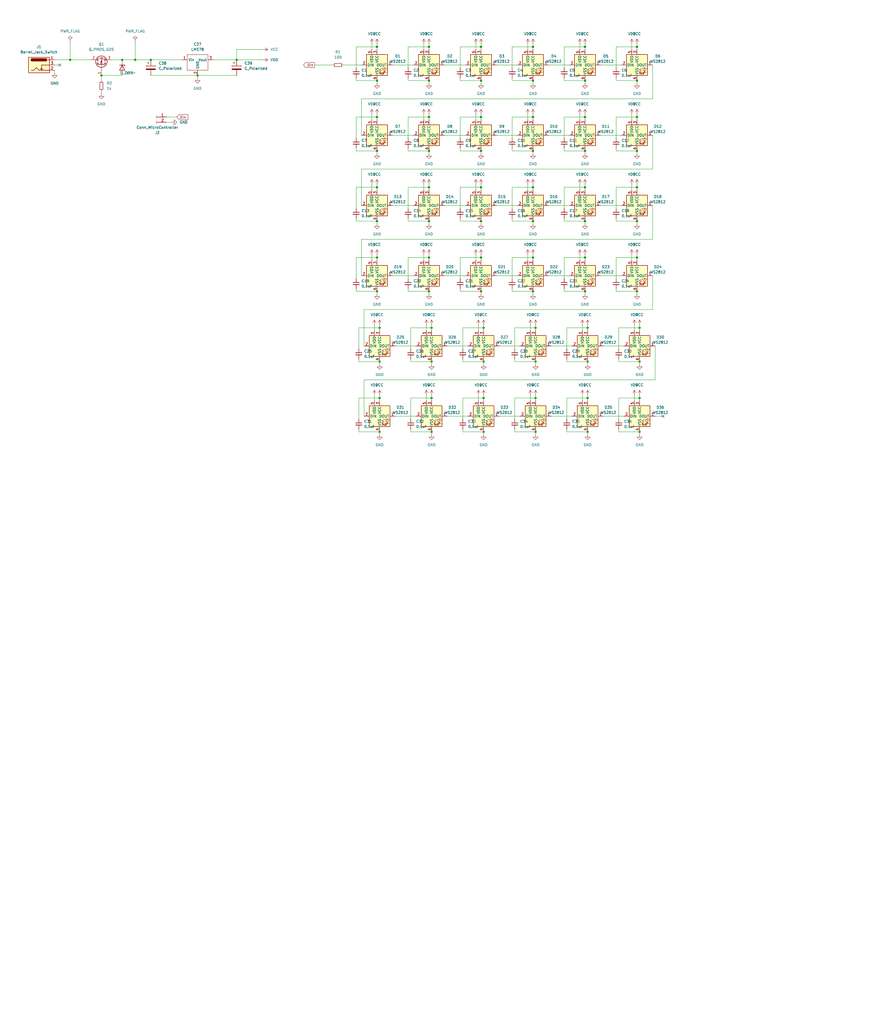
<source format=kicad_sch>
(kicad_sch (version 20211123) (generator eeschema)
  (paper "User" 431.8 499.999)
  (junction (at 184.15 125.73))
  (junction (at 209.55 125.73))
  (junction (at 287.02 160.02))
  (junction (at 236.22 160.02))
  (junction (at 236.22 176.53))
  (junction (at 234.95 57.15))
  (junction (at 260.35 22.86))
  (junction (at 285.75 57.15))
  (junction (at 209.55 73.66))
  (junction (at 285.75 91.44))
  (junction (at 260.35 39.37))
  (junction (at 210.82 194.31))
  (junction (at 234.95 107.95))
  (junction (at 312.42 160.02))
  (junction (at 115.57 29.21))
  (junction (at 312.42 210.82))
  (junction (at 261.62 160.02))
  (junction (at 285.75 73.66))
  (junction (at 311.15 22.86))
  (junction (at 236.22 194.31))
  (junction (at 209.55 107.95))
  (junction (at 311.15 107.95))
  (junction (at 311.15 73.66))
  (junction (at 311.15 91.44))
  (junction (at 311.15 142.24))
  (junction (at 260.35 125.73))
  (junction (at 184.15 73.66))
  (junction (at 234.95 142.24))
  (junction (at 236.22 210.82))
  (junction (at 260.35 91.44))
  (junction (at 234.95 125.73))
  (junction (at 234.95 91.44))
  (junction (at 209.55 142.24))
  (junction (at 184.15 22.86))
  (junction (at 210.82 210.82))
  (junction (at 185.42 194.31))
  (junction (at 260.35 73.66))
  (junction (at 185.42 176.53))
  (junction (at 209.55 91.44))
  (junction (at 287.02 194.31))
  (junction (at 49.53 36.83))
  (junction (at 260.35 57.15))
  (junction (at 59.69 29.21))
  (junction (at 312.42 176.53))
  (junction (at 285.75 125.73))
  (junction (at 285.75 39.37))
  (junction (at 185.42 160.02))
  (junction (at 209.55 57.15))
  (junction (at 184.15 39.37))
  (junction (at 184.15 91.44))
  (junction (at 287.02 176.53))
  (junction (at 260.35 107.95))
  (junction (at 312.42 194.31))
  (junction (at 311.15 39.37))
  (junction (at 261.62 210.82))
  (junction (at 184.15 142.24))
  (junction (at 261.62 194.31))
  (junction (at 234.95 73.66))
  (junction (at 260.35 142.24))
  (junction (at 285.75 142.24))
  (junction (at 261.62 176.53))
  (junction (at 185.42 210.82))
  (junction (at 73.66 29.21))
  (junction (at 66.04 29.21))
  (junction (at 285.75 107.95))
  (junction (at 287.02 210.82))
  (junction (at 234.95 22.86))
  (junction (at 96.52 36.83))
  (junction (at 184.15 107.95))
  (junction (at 285.75 22.86))
  (junction (at 210.82 176.53))
  (junction (at 209.55 22.86))
  (junction (at 210.82 160.02))
  (junction (at 234.95 39.37))
  (junction (at 311.15 125.73))
  (junction (at 184.15 57.15))
  (junction (at 34.29 29.21))
  (junction (at 311.15 57.15))
  (junction (at 209.55 39.37))
  (no_connect (at 29.21 31.75))
  (no_connect (at 323.85 203.2))
  (wire (pts (xy 300.99 72.39) (xy 300.99 73.66)))
  (wire (pts (xy 200.66 194.31) (xy 210.82 194.31)))
  (wire (pts (xy 81.28 57.15) (xy 86.36 57.15)))
  (wire (pts (xy 260.35 125.73) (xy 260.35 127)))
  (wire (pts (xy 49.53 44.45) (xy 49.53 45.72)))
  (wire (pts (xy 250.19 22.86) (xy 260.35 22.86)))
  (wire (pts (xy 275.59 125.73) (xy 285.75 125.73)))
  (wire (pts (xy 302.26 160.02) (xy 302.26 170.18)))
  (wire (pts (xy 173.99 91.44) (xy 184.15 91.44)))
  (wire (pts (xy 224.79 125.73) (xy 224.79 135.89)))
  (wire (pts (xy 128.27 24.13) (xy 115.57 24.13)))
  (wire (pts (xy 285.75 90.17) (xy 285.75 91.44)))
  (wire (pts (xy 207.01 21.59) (xy 207.01 24.13)))
  (wire (pts (xy 199.39 38.1) (xy 199.39 39.37)))
  (wire (pts (xy 285.75 39.37) (xy 285.75 40.64)))
  (wire (pts (xy 199.39 106.68) (xy 199.39 107.95)))
  (wire (pts (xy 224.79 72.39) (xy 224.79 73.66)))
  (wire (pts (xy 181.61 21.59) (xy 181.61 24.13)))
  (wire (pts (xy 226.06 194.31) (xy 226.06 204.47)))
  (wire (pts (xy 311.15 125.73) (xy 311.15 127)))
  (wire (pts (xy 285.75 73.66) (xy 285.75 74.93)))
  (wire (pts (xy 199.39 22.86) (xy 199.39 33.02)))
  (wire (pts (xy 210.82 210.82) (xy 210.82 212.09)))
  (wire (pts (xy 234.95 21.59) (xy 234.95 22.86)))
  (wire (pts (xy 49.53 36.83) (xy 59.69 36.83)))
  (wire (pts (xy 173.99 57.15) (xy 184.15 57.15)))
  (wire (pts (xy 300.99 106.68) (xy 300.99 107.95)))
  (wire (pts (xy 209.55 73.66) (xy 209.55 74.93)))
  (wire (pts (xy 260.35 124.46) (xy 260.35 125.73)))
  (wire (pts (xy 182.88 193.04) (xy 182.88 195.58)))
  (wire (pts (xy 200.66 160.02) (xy 200.66 170.18)))
  (wire (pts (xy 250.19 91.44) (xy 260.35 91.44)))
  (wire (pts (xy 209.55 91.44) (xy 209.55 92.71)))
  (wire (pts (xy 293.37 66.04) (xy 303.53 66.04)))
  (wire (pts (xy 173.99 57.15) (xy 173.99 67.31)))
  (wire (pts (xy 267.97 100.33) (xy 278.13 100.33)))
  (wire (pts (xy 185.42 160.02) (xy 185.42 161.29)))
  (wire (pts (xy 224.79 22.86) (xy 234.95 22.86)))
  (wire (pts (xy 173.99 39.37) (xy 184.15 39.37)))
  (wire (pts (xy 66.04 29.21) (xy 73.66 29.21)))
  (wire (pts (xy 226.06 209.55) (xy 226.06 210.82)))
  (wire (pts (xy 234.95 73.66) (xy 234.95 74.93)))
  (wire (pts (xy 217.17 66.04) (xy 227.33 66.04)))
  (wire (pts (xy 318.77 31.75) (xy 318.77 48.26)))
  (wire (pts (xy 285.75 91.44) (xy 285.75 92.71)))
  (wire (pts (xy 177.8 203.2) (xy 177.8 185.42)))
  (wire (pts (xy 199.39 142.24) (xy 209.55 142.24)))
  (wire (pts (xy 234.95 91.44) (xy 234.95 92.71)))
  (wire (pts (xy 294.64 203.2) (xy 304.8 203.2)))
  (wire (pts (xy 191.77 31.75) (xy 201.93 31.75)))
  (wire (pts (xy 242.57 31.75) (xy 252.73 31.75)))
  (wire (pts (xy 224.79 106.68) (xy 224.79 107.95)))
  (wire (pts (xy 234.95 142.24) (xy 234.95 143.51)))
  (wire (pts (xy 312.42 194.31) (xy 312.42 195.58)))
  (wire (pts (xy 250.19 125.73) (xy 260.35 125.73)))
  (wire (pts (xy 207.01 55.88) (xy 207.01 58.42)))
  (wire (pts (xy 34.29 20.32) (xy 34.29 29.21)))
  (wire (pts (xy 181.61 55.88) (xy 181.61 58.42)))
  (wire (pts (xy 260.35 21.59) (xy 260.35 22.86)))
  (wire (pts (xy 261.62 160.02) (xy 261.62 161.29)))
  (wire (pts (xy 260.35 73.66) (xy 260.35 74.93)))
  (wire (pts (xy 300.99 91.44) (xy 300.99 101.6)))
  (wire (pts (xy 224.79 39.37) (xy 234.95 39.37)))
  (wire (pts (xy 234.95 22.86) (xy 234.95 24.13)))
  (wire (pts (xy 308.61 55.88) (xy 308.61 58.42)))
  (wire (pts (xy 193.04 203.2) (xy 203.2 203.2)))
  (wire (pts (xy 200.66 209.55) (xy 200.66 210.82)))
  (wire (pts (xy 234.95 39.37) (xy 234.95 40.64)))
  (wire (pts (xy 259.08 193.04) (xy 259.08 195.58)))
  (wire (pts (xy 287.02 210.82) (xy 287.02 212.09)))
  (wire (pts (xy 209.55 142.24) (xy 209.55 143.51)))
  (wire (pts (xy 175.26 210.82) (xy 185.42 210.82)))
  (wire (pts (xy 181.61 90.17) (xy 181.61 92.71)))
  (wire (pts (xy 200.66 176.53) (xy 210.82 176.53)))
  (wire (pts (xy 250.19 22.86) (xy 250.19 33.02)))
  (wire (pts (xy 26.67 29.21) (xy 34.29 29.21)))
  (wire (pts (xy 177.8 151.13) (xy 177.8 168.91)))
  (wire (pts (xy 312.42 160.02) (xy 312.42 161.29)))
  (wire (pts (xy 251.46 176.53) (xy 261.62 176.53)))
  (wire (pts (xy 191.77 100.33) (xy 201.93 100.33)))
  (wire (pts (xy 184.15 22.86) (xy 184.15 24.13)))
  (wire (pts (xy 184.15 57.15) (xy 184.15 58.42)))
  (wire (pts (xy 73.66 29.21) (xy 88.9 29.21)))
  (wire (pts (xy 275.59 22.86) (xy 275.59 33.02)))
  (wire (pts (xy 185.42 193.04) (xy 185.42 194.31)))
  (wire (pts (xy 300.99 140.97) (xy 300.99 142.24)))
  (wire (pts (xy 275.59 106.68) (xy 275.59 107.95)))
  (wire (pts (xy 285.75 124.46) (xy 285.75 125.73)))
  (wire (pts (xy 323.85 203.2) (xy 320.04 203.2)))
  (wire (pts (xy 184.15 90.17) (xy 184.15 91.44)))
  (wire (pts (xy 96.52 36.83) (xy 96.52 38.1)))
  (wire (pts (xy 184.15 91.44) (xy 184.15 92.71)))
  (wire (pts (xy 309.88 158.75) (xy 309.88 161.29)))
  (wire (pts (xy 300.99 73.66) (xy 311.15 73.66)))
  (wire (pts (xy 260.35 57.15) (xy 260.35 58.42)))
  (wire (pts (xy 81.28 59.69) (xy 83.82 59.69)))
  (wire (pts (xy 308.61 21.59) (xy 308.61 24.13)))
  (wire (pts (xy 209.55 124.46) (xy 209.55 125.73)))
  (wire (pts (xy 311.15 91.44) (xy 311.15 92.71)))
  (wire (pts (xy 210.82 176.53) (xy 210.82 177.8)))
  (wire (pts (xy 283.21 124.46) (xy 283.21 127)))
  (wire (pts (xy 250.19 142.24) (xy 260.35 142.24)))
  (wire (pts (xy 294.64 168.91) (xy 304.8 168.91)))
  (wire (pts (xy 224.79 91.44) (xy 234.95 91.44)))
  (wire (pts (xy 173.99 22.86) (xy 173.99 33.02)))
  (wire (pts (xy 302.26 210.82) (xy 312.42 210.82)))
  (wire (pts (xy 181.61 124.46) (xy 181.61 127)))
  (wire (pts (xy 300.99 22.86) (xy 300.99 33.02)))
  (wire (pts (xy 199.39 91.44) (xy 199.39 101.6)))
  (wire (pts (xy 250.19 106.68) (xy 250.19 107.95)))
  (wire (pts (xy 275.59 91.44) (xy 275.59 101.6)))
  (wire (pts (xy 261.62 193.04) (xy 261.62 194.31)))
  (wire (pts (xy 29.21 31.75) (xy 26.67 31.75)))
  (wire (pts (xy 251.46 160.02) (xy 261.62 160.02)))
  (wire (pts (xy 318.77 66.04) (xy 318.77 82.55)))
  (wire (pts (xy 287.02 193.04) (xy 287.02 194.31)))
  (wire (pts (xy 267.97 31.75) (xy 278.13 31.75)))
  (wire (pts (xy 311.15 57.15) (xy 311.15 58.42)))
  (wire (pts (xy 302.26 194.31) (xy 312.42 194.31)))
  (wire (pts (xy 207.01 124.46) (xy 207.01 127)))
  (wire (pts (xy 311.15 124.46) (xy 311.15 125.73)))
  (wire (pts (xy 224.79 57.15) (xy 224.79 67.31)))
  (wire (pts (xy 261.62 194.31) (xy 261.62 195.58)))
  (wire (pts (xy 199.39 107.95) (xy 209.55 107.95)))
  (wire (pts (xy 312.42 210.82) (xy 312.42 212.09)))
  (wire (pts (xy 173.99 22.86) (xy 184.15 22.86)))
  (wire (pts (xy 267.97 66.04) (xy 278.13 66.04)))
  (wire (pts (xy 232.41 21.59) (xy 232.41 24.13)))
  (wire (pts (xy 275.59 39.37) (xy 285.75 39.37)))
  (wire (pts (xy 300.99 107.95) (xy 311.15 107.95)))
  (wire (pts (xy 236.22 193.04) (xy 236.22 194.31)))
  (wire (pts (xy 287.02 160.02) (xy 287.02 161.29)))
  (wire (pts (xy 185.42 177.8) (xy 185.42 176.53)))
  (wire (pts (xy 209.55 90.17) (xy 209.55 91.44)))
  (wire (pts (xy 236.22 160.02) (xy 236.22 161.29)))
  (wire (pts (xy 318.77 82.55) (xy 176.53 82.55)))
  (wire (pts (xy 320.04 168.91) (xy 320.04 185.42)))
  (wire (pts (xy 199.39 125.73) (xy 199.39 135.89)))
  (wire (pts (xy 200.66 160.02) (xy 210.82 160.02)))
  (wire (pts (xy 260.35 142.24) (xy 260.35 143.51)))
  (wire (pts (xy 311.15 90.17) (xy 311.15 91.44)))
  (wire (pts (xy 318.77 151.13) (xy 177.8 151.13)))
  (wire (pts (xy 276.86 160.02) (xy 276.86 170.18)))
  (wire (pts (xy 250.19 107.95) (xy 260.35 107.95)))
  (wire (pts (xy 96.52 36.83) (xy 115.57 36.83)))
  (wire (pts (xy 275.59 73.66) (xy 285.75 73.66)))
  (wire (pts (xy 234.95 124.46) (xy 234.95 125.73)))
  (wire (pts (xy 175.26 175.26) (xy 175.26 176.53)))
  (wire (pts (xy 226.06 176.53) (xy 236.22 176.53)))
  (wire (pts (xy 104.14 29.21) (xy 115.57 29.21)))
  (wire (pts (xy 208.28 158.75) (xy 208.28 161.29)))
  (wire (pts (xy 209.55 22.86) (xy 209.55 24.13)))
  (wire (pts (xy 184.15 40.64) (xy 184.15 39.37)))
  (wire (pts (xy 234.95 90.17) (xy 234.95 91.44)))
  (wire (pts (xy 175.26 194.31) (xy 175.26 204.47)))
  (wire (pts (xy 115.57 29.21) (xy 128.27 29.21)))
  (wire (pts (xy 308.61 124.46) (xy 308.61 127)))
  (wire (pts (xy 300.99 57.15) (xy 311.15 57.15)))
  (wire (pts (xy 236.22 176.53) (xy 236.22 177.8)))
  (wire (pts (xy 173.99 106.68) (xy 173.99 107.95)))
  (wire (pts (xy 243.84 203.2) (xy 254 203.2)))
  (wire (pts (xy 176.53 116.84) (xy 318.77 116.84)))
  (wire (pts (xy 232.41 55.88) (xy 232.41 58.42)))
  (wire (pts (xy 176.53 66.04) (xy 176.53 48.26)))
  (wire (pts (xy 260.35 91.44) (xy 260.35 92.71)))
  (wire (pts (xy 287.02 158.75) (xy 287.02 160.02)))
  (wire (pts (xy 250.19 140.97) (xy 250.19 142.24)))
  (wire (pts (xy 257.81 21.59) (xy 257.81 24.13)))
  (wire (pts (xy 287.02 176.53) (xy 287.02 177.8)))
  (wire (pts (xy 184.15 109.22) (xy 184.15 107.95)))
  (wire (pts (xy 224.79 57.15) (xy 234.95 57.15)))
  (wire (pts (xy 250.19 38.1) (xy 250.19 39.37)))
  (wire (pts (xy 275.59 72.39) (xy 275.59 73.66)))
  (wire (pts (xy 260.35 90.17) (xy 260.35 91.44)))
  (wire (pts (xy 224.79 38.1) (xy 224.79 39.37)))
  (wire (pts (xy 251.46 209.55) (xy 251.46 210.82)))
  (wire (pts (xy 234.95 125.73) (xy 234.95 127)))
  (wire (pts (xy 311.15 21.59) (xy 311.15 22.86)))
  (wire (pts (xy 276.86 194.31) (xy 287.02 194.31)))
  (wire (pts (xy 302.26 209.55) (xy 302.26 210.82)))
  (wire (pts (xy 250.19 72.39) (xy 250.19 73.66)))
  (wire (pts (xy 175.26 209.55) (xy 175.26 210.82)))
  (wire (pts (xy 236.22 194.31) (xy 236.22 195.58)))
  (wire (pts (xy 199.39 140.97) (xy 199.39 142.24)))
  (wire (pts (xy 173.99 91.44) (xy 173.99 101.6)))
  (wire (pts (xy 208.28 193.04) (xy 208.28 195.58)))
  (wire (pts (xy 173.99 140.97) (xy 173.99 142.24)))
  (wire (pts (xy 276.86 160.02) (xy 287.02 160.02)))
  (wire (pts (xy 185.42 212.09) (xy 185.42 210.82)))
  (wire (pts (xy 234.95 107.95) (xy 234.95 109.22)))
  (wire (pts (xy 199.39 73.66) (xy 209.55 73.66)))
  (wire (pts (xy 276.86 176.53) (xy 287.02 176.53)))
  (wire (pts (xy 54.61 29.21) (xy 59.69 29.21)))
  (wire (pts (xy 300.99 22.86) (xy 311.15 22.86)))
  (wire (pts (xy 184.15 124.46) (xy 184.15 125.73)))
  (wire (pts (xy 200.66 194.31) (xy 200.66 204.47)))
  (wire (pts (xy 184.15 74.93) (xy 184.15 73.66)))
  (wire (pts (xy 173.99 125.73) (xy 173.99 135.89)))
  (wire (pts (xy 311.15 107.95) (xy 311.15 109.22)))
  (wire (pts (xy 233.68 158.75) (xy 233.68 161.29)))
  (wire (pts (xy 275.59 22.86) (xy 285.75 22.86)))
  (wire (pts (xy 259.08 158.75) (xy 259.08 161.29)))
  (wire (pts (xy 261.62 210.82) (xy 261.62 212.09)))
  (wire (pts (xy 184.15 143.51) (xy 184.15 142.24)))
  (wire (pts (xy 210.82 158.75) (xy 210.82 160.02)))
  (wire (pts (xy 312.42 193.04) (xy 312.42 194.31)))
  (wire (pts (xy 311.15 39.37) (xy 311.15 40.64)))
  (wire (pts (xy 217.17 100.33) (xy 227.33 100.33)))
  (wire (pts (xy 173.99 142.24) (xy 184.15 142.24)))
  (wire (pts (xy 59.69 29.21) (xy 66.04 29.21)))
  (wire (pts (xy 200.66 175.26) (xy 200.66 176.53)))
  (wire (pts (xy 224.79 73.66) (xy 234.95 73.66)))
  (wire (pts (xy 276.86 175.26) (xy 276.86 176.53)))
  (wire (pts (xy 210.82 193.04) (xy 210.82 194.31)))
  (wire (pts (xy 312.42 176.53) (xy 312.42 177.8)))
  (wire (pts (xy 285.75 142.24) (xy 285.75 143.51)))
  (wire (pts (xy 199.39 125.73) (xy 209.55 125.73)))
  (wire (pts (xy 209.55 21.59) (xy 209.55 22.86)))
  (wire (pts (xy 185.42 158.75) (xy 185.42 160.02)))
  (wire (pts (xy 224.79 91.44) (xy 224.79 101.6)))
  (wire (pts (xy 243.84 168.91) (xy 254 168.91)))
  (wire (pts (xy 34.29 29.21) (xy 44.45 29.21)))
  (wire (pts (xy 209.55 39.37) (xy 209.55 40.64)))
  (wire (pts (xy 175.26 160.02) (xy 185.42 160.02)))
  (wire (pts (xy 226.06 210.82) (xy 236.22 210.82)))
  (wire (pts (xy 251.46 175.26) (xy 251.46 176.53)))
  (wire (pts (xy 302.26 176.53) (xy 312.42 176.53)))
  (wire (pts (xy 173.99 107.95) (xy 184.15 107.95)))
  (wire (pts (xy 173.99 38.1) (xy 173.99 39.37)))
  (wire (pts (xy 283.21 55.88) (xy 283.21 58.42)))
  (wire (pts (xy 302.26 160.02) (xy 312.42 160.02)))
  (wire (pts (xy 250.19 57.15) (xy 250.19 67.31)))
  (wire (pts (xy 269.24 203.2) (xy 279.4 203.2)))
  (wire (pts (xy 209.55 125.73) (xy 209.55 127)))
  (wire (pts (xy 275.59 125.73) (xy 275.59 135.89)))
  (wire (pts (xy 226.06 175.26) (xy 226.06 176.53)))
  (wire (pts (xy 226.06 160.02) (xy 236.22 160.02)))
  (wire (pts (xy 199.39 91.44) (xy 209.55 91.44)))
  (wire (pts (xy 191.77 134.62) (xy 201.93 134.62)))
  (wire (pts (xy 284.48 158.75) (xy 284.48 161.29)))
  (wire (pts (xy 300.99 125.73) (xy 300.99 135.89)))
  (wire (pts (xy 250.19 57.15) (xy 260.35 57.15)))
  (wire (pts (xy 167.64 31.75) (xy 176.53 31.75)))
  (wire (pts (xy 209.55 55.88) (xy 209.55 57.15)))
  (wire (pts (xy 224.79 140.97) (xy 224.79 142.24)))
  (wire (pts (xy 300.99 142.24) (xy 311.15 142.24)))
  (wire (pts (xy 285.75 22.86) (xy 285.75 24.13)))
  (wire (pts (xy 209.55 107.95) (xy 209.55 109.22)))
  (wire (pts (xy 285.75 21.59) (xy 285.75 22.86)))
  (wire (pts (xy 177.8 185.42) (xy 320.04 185.42)))
  (wire (pts (xy 302.26 194.31) (xy 302.26 204.47)))
  (wire (pts (xy 285.75 107.95) (xy 285.75 109.22)))
  (wire (pts (xy 275.59 142.24) (xy 285.75 142.24)))
  (wire (pts (xy 293.37 134.62) (xy 303.53 134.62)))
  (wire (pts (xy 275.59 107.95) (xy 285.75 107.95)))
  (wire (pts (xy 250.19 39.37) (xy 260.35 39.37)))
  (wire (pts (xy 200.66 210.82) (xy 210.82 210.82)))
  (wire (pts (xy 218.44 203.2) (xy 228.6 203.2)))
  (wire (pts (xy 115.57 24.13) (xy 115.57 29.21)))
  (wire (pts (xy 311.15 55.88) (xy 311.15 57.15)))
  (wire (pts (xy 311.15 73.66) (xy 311.15 74.93)))
  (wire (pts (xy 199.39 22.86) (xy 209.55 22.86)))
  (wire (pts (xy 199.39 57.15) (xy 199.39 67.31)))
  (wire (pts (xy 182.88 158.75) (xy 182.88 161.29)))
  (wire (pts (xy 217.17 31.75) (xy 227.33 31.75)))
  (wire (pts (xy 260.35 39.37) (xy 260.35 40.64)))
  (wire (pts (xy 250.19 125.73) (xy 250.19 135.89)))
  (wire (pts (xy 318.77 134.62) (xy 318.77 151.13)))
  (wire (pts (xy 199.39 72.39) (xy 199.39 73.66)))
  (wire (pts (xy 283.21 90.17) (xy 283.21 92.71)))
  (wire (pts (xy 300.99 57.15) (xy 300.99 67.31)))
  (wire (pts (xy 210.82 194.31) (xy 210.82 195.58)))
  (wire (pts (xy 257.81 124.46) (xy 257.81 127)))
  (wire (pts (xy 293.37 31.75) (xy 303.53 31.75)))
  (wire (pts (xy 302.26 175.26) (xy 302.26 176.53)))
  (wire (pts (xy 224.79 142.24) (xy 234.95 142.24)))
  (wire (pts (xy 250.19 91.44) (xy 250.19 101.6)))
  (wire (pts (xy 275.59 57.15) (xy 285.75 57.15)))
  (wire (pts (xy 284.48 193.04) (xy 284.48 195.58)))
  (wire (pts (xy 184.15 125.73) (xy 184.15 127)))
  (wire (pts (xy 275.59 57.15) (xy 275.59 67.31)))
  (wire (pts (xy 251.46 160.02) (xy 251.46 170.18)))
  (wire (pts (xy 193.04 168.91) (xy 203.2 168.91)))
  (wire (pts (xy 285.75 55.88) (xy 285.75 57.15)))
  (wire (pts (xy 176.53 134.62) (xy 176.53 116.84)))
  (wire (pts (xy 226.06 160.02) (xy 226.06 170.18)))
  (wire (pts (xy 153.67 31.75) (xy 162.56 31.75)))
  (wire (pts (xy 300.99 125.73) (xy 311.15 125.73)))
  (wire (pts (xy 275.59 91.44) (xy 285.75 91.44)))
  (wire (pts (xy 260.35 55.88) (xy 260.35 57.15)))
  (wire (pts (xy 260.35 107.95) (xy 260.35 109.22)))
  (wire (pts (xy 175.26 160.02) (xy 175.26 170.18)))
  (wire (pts (xy 300.99 91.44) (xy 311.15 91.44)))
  (wire (pts (xy 267.97 134.62) (xy 278.13 134.62)))
  (wire (pts (xy 184.15 55.88) (xy 184.15 57.15)))
  (wire (pts (xy 312.42 158.75) (xy 312.42 160.02)))
  (wire (pts (xy 287.02 194.31) (xy 287.02 195.58)))
  (wire (pts (xy 185.42 194.31) (xy 185.42 195.58)))
  (wire (pts (xy 199.39 57.15) (xy 209.55 57.15)))
  (wire (pts (xy 318.77 100.33) (xy 318.77 116.84)))
  (wire (pts (xy 209.55 57.15) (xy 209.55 58.42)))
  (wire (pts (xy 224.79 22.86) (xy 224.79 33.02)))
  (wire (pts (xy 199.39 39.37) (xy 209.55 39.37)))
  (wire (pts (xy 276.86 210.82) (xy 287.02 210.82)))
  (wire (pts (xy 218.44 168.91) (xy 228.6 168.91)))
  (wire (pts (xy 269.24 168.91) (xy 279.4 168.91)))
  (wire (pts (xy 191.77 66.04) (xy 201.93 66.04)))
  (wire (pts (xy 242.57 100.33) (xy 252.73 100.33)))
  (wire (pts (xy 26.67 34.29) (xy 26.67 35.56)))
  (wire (pts (xy 236.22 210.82) (xy 236.22 212.09)))
  (wire (pts (xy 261.62 176.53) (xy 261.62 177.8)))
  (wire (pts (xy 308.61 90.17) (xy 308.61 92.71)))
  (wire (pts (xy 293.37 100.33) (xy 303.53 100.33)))
  (wire (pts (xy 250.19 73.66) (xy 260.35 73.66)))
  (wire (pts (xy 184.15 21.59) (xy 184.15 22.86)))
  (wire (pts (xy 251.46 194.31) (xy 261.62 194.31)))
  (wire (pts (xy 276.86 209.55) (xy 276.86 210.82)))
  (wire (pts (xy 207.01 90.17) (xy 207.01 92.71)))
  (wire (pts (xy 261.62 158.75) (xy 261.62 160.02)))
  (wire (pts (xy 300.99 39.37) (xy 311.15 39.37)))
  (wire (pts (xy 311.15 142.24) (xy 311.15 143.51)))
  (wire (pts (xy 73.66 36.83) (xy 96.52 36.83)))
  (wire (pts (xy 300.99 38.1) (xy 300.99 39.37)))
  (wire (pts (xy 232.41 90.17) (xy 232.41 92.71)))
  (wire (pts (xy 257.81 55.88) (xy 257.81 58.42)))
  (wire (pts (xy 175.26 176.53) (xy 185.42 176.53)))
  (wire (pts (xy 236.22 158.75) (xy 236.22 160.02)))
  (wire (pts (xy 234.95 55.88) (xy 234.95 57.15)))
  (wire (pts (xy 66.04 20.32) (xy 66.04 29.21)))
  (wire (pts (xy 242.57 66.04) (xy 252.73 66.04)))
  (wire (pts (xy 176.53 48.26) (xy 318.77 48.26)))
  (wire (pts (xy 224.79 107.95) (xy 234.95 107.95)))
  (wire (pts (xy 251.46 194.31) (xy 251.46 204.47)))
  (wire (pts (xy 275.59 38.1) (xy 275.59 39.37)))
  (wire (pts (xy 175.26 194.31) (xy 185.42 194.31)))
  (wire (pts (xy 173.99 73.66) (xy 184.15 73.66)))
  (wire (pts (xy 276.86 194.31) (xy 276.86 204.47)))
  (wire (pts (xy 173.99 72.39) (xy 173.99 73.66)))
  (wire (pts (xy 217.17 134.62) (xy 227.33 134.62)))
  (wire (pts (xy 210.82 160.02) (xy 210.82 161.29)))
  (wire (pts (xy 257.81 90.17) (xy 257.81 92.71)))
  (wire (pts (xy 226.06 194.31) (xy 236.22 194.31)))
  (wire (pts (xy 224.79 125.73) (xy 234.95 125.73)))
  (wire (pts (xy 311.15 22.86) (xy 311.15 24.13)))
  (wire (pts (xy 309.88 193.04) (xy 309.88 195.58)))
  (wire (pts (xy 233.68 193.04) (xy 233.68 195.58)))
  (wire (pts (xy 242.57 134.62) (xy 252.73 134.62)))
  (wire (pts (xy 173.99 125.73) (xy 184.15 125.73)))
  (wire (pts (xy 285.75 125.73) (xy 285.75 127)))
  (wire (pts (xy 275.59 140.97) (xy 275.59 142.24)))
  (wire (pts (xy 251.46 210.82) (xy 261.62 210.82)))
  (wire (pts (xy 49.53 39.37) (xy 49.53 36.83)))
  (wire (pts (xy 176.53 82.55) (xy 176.53 100.33)))
  (wire (pts (xy 232.41 124.46) (xy 232.41 127)))
  (wire (pts (xy 260.35 22.86) (xy 260.35 24.13)))
  (wire (pts (xy 234.95 57.15) (xy 234.95 58.42)))
  (wire (pts (xy 285.75 57.15) (xy 285.75 58.42)))
  (wire (pts (xy 283.21 21.59) (xy 283.21 24.13)))
  (global_label "Din" (shape input) (at 86.36 57.15 0) (property "Intersheet References" "${INTERSHEET_REFS}" (effects hide)))
  (global_label "Din" (shape output) (at 153.67 31.75 180) (property "Intersheet References" "${INTERSHEET_REFS}" (effects hide)))
  (symbol (lib_id "power:VCC") (at 234.95 90.17 0) (unit 1)
    (property "Reference" "#PWR042" (effects hide))
    (property "Value" "VCC" (at 234.95 85.09 0))
  )
  (symbol (lib_id "power:GND") (at 287.02 177.8 0) (unit 1)
    (property "Reference" "#PWR089" (effects hide))
    (property "Value" "GND" (at 287.02 182.88 0))
  )
  (symbol (lib_id "power:GND") (at 285.75 74.93 0) (unit 1)
    (property "Reference" "#PWR035" (effects hide))
    (property "Value" "GND" (at 285.75 80.01 0))
  )
  (symbol (lib_id "power:VDD") (at 257.81 55.88 0) (unit 1)
    (property "Reference" "#PWR025" (effects hide))
    (property "Value" "VDD" (at 257.81 50.8 0))
  )
  (symbol (lib_id "LED:WS2812") (at 210.82 203.2 0) (unit 1)
    (property "Reference" "D32" (at 220.98 198.8693 0))
    (property "Value" "WS2812" (at 220.98 201.4093 0))
    (property "Footprint" "LED_SMD:LED_WS2812_PLCC6_5.0x5.0mm_P1.6mm" (effects hide))
    (property "Datasheet" "https://cdn-shop.adafruit.com/datasheets/WS2812.pdf" (effects hide))
  )
  (symbol (lib_id "LED:WS2812") (at 311.15 134.62 0) (unit 1)
    (property "Reference" "D24" (at 321.31 130.2893 0))
    (property "Value" "WS2812" (at 321.31 132.8293 0))
    (property "Footprint" "LED_SMD:LED_WS2812_PLCC6_5.0x5.0mm_P1.6mm" (effects hide))
    (property "Datasheet" "https://cdn-shop.adafruit.com/datasheets/WS2812.pdf" (effects hide))
  )
  (symbol (lib_id "LED:WS2812") (at 184.15 100.33 0) (unit 1)
    (property "Reference" "D13" (at 194.31 95.9993 0))
    (property "Value" "WS2812" (at 194.31 98.5393 0))
    (property "Footprint" "LED_SMD:LED_WS2812_PLCC6_5.0x5.0mm_P1.6mm" (effects hide))
    (property "Datasheet" "https://cdn-shop.adafruit.com/datasheets/WS2812.pdf" (effects hide))
  )
  (symbol (lib_id "power:GND") (at 234.95 40.64 0) (unit 1)
    (property "Reference" "#PWR015" (effects hide))
    (property "Value" "GND" (at 234.95 45.72 0))
  )
  (symbol (lib_id "power:GND") (at 260.35 143.51 0) (unit 1)
    (property "Reference" "#PWR070" (effects hide))
    (property "Value" "GND" (at 260.35 148.59 0))
  )
  (symbol (lib_id "power:GND") (at 209.55 74.93 0) (unit 1)
    (property "Reference" "#PWR032" (effects hide))
    (property "Value" "GND" (at 209.55 80.01 0))
  )
  (symbol (lib_id "Device:C_Small") (at 300.99 35.56 0) (unit 1)
    (property "Reference" "C6" (at 303.53 34.2962 0) (effects (justify left)))
    (property "Value" "0.1uf" (at 303.53 36.8362 0) (effects (justify left)))
    (property "Footprint" "Capacitor_SMD:C_0805_2012Metric_Pad1.18x1.45mm_HandSolder" (effects hide))
  )
  (symbol (lib_id "power:GND") (at 236.22 212.09 0) (unit 1)
    (property "Reference" "#PWR0105" (effects hide))
    (property "Value" "GND" (at 236.22 217.17 0))
  )
  (symbol (lib_id "power:VDD") (at 283.21 55.88 0) (unit 1)
    (property "Reference" "#PWR027" (effects hide))
    (property "Value" "VDD" (at 283.21 50.8 0))
  )
  (symbol (lib_id "power:GND") (at 184.15 143.51 0) (unit 1)
    (property "Reference" "#PWR067" (effects hide))
    (property "Value" "GND" (at 184.15 148.59 0))
  )
  (symbol (lib_id "LED:WS2812") (at 260.35 31.75 0) (unit 1)
    (property "Reference" "D4" (at 270.51 27.4193 0))
    (property "Value" "WS2812" (at 270.51 29.9593 0))
    (property "Footprint" "LED_SMD:LED_WS2812_PLCC6_5.0x5.0mm_P1.6mm" (effects hide))
    (property "Datasheet" "https://cdn-shop.adafruit.com/datasheets/WS2812.pdf" (effects hide))
  )
  (symbol (lib_id "power:VDD") (at 308.61 90.17 0) (unit 1)
    (property "Reference" "#PWR047" (effects hide))
    (property "Value" "VDD" (at 308.61 85.09 0))
  )
  (symbol (lib_id "Device:C_Small") (at 276.86 207.01 0) (unit 1)
    (property "Reference" "C35" (at 279.4 205.7462 0) (effects (justify left)))
    (property "Value" "0.1uf" (at 279.4 208.2862 0) (effects (justify left)))
    (property "Footprint" "Capacitor_SMD:C_0805_2012Metric_Pad1.18x1.45mm_HandSolder" (effects hide))
  )
  (symbol (lib_id "Device:C_Small") (at 173.99 104.14 0) (unit 1)
    (property "Reference" "C13" (at 176.53 102.8762 0) (effects (justify left)))
    (property "Value" "0.1uf" (at 176.53 105.4162 0) (effects (justify left)))
    (property "Footprint" "Capacitor_SMD:C_0805_2012Metric_Pad1.18x1.45mm_HandSolder" (effects hide))
  )
  (symbol (lib_id "Device:C_Small") (at 302.26 172.72 0) (unit 1)
    (property "Reference" "C30" (at 304.8 171.4562 0) (effects (justify left)))
    (property "Value" "0.1uf" (at 304.8 173.9962 0) (effects (justify left)))
    (property "Footprint" "Capacitor_SMD:C_0805_2012Metric_Pad1.18x1.45mm_HandSolder" (effects hide))
  )
  (symbol (lib_id "UserCustom:D_Zener_MMBZ5221B-5257B") (at 59.69 33.02 270) (unit 1)
    (property "Reference" "D37" (at 60.9601 35.56 90) (effects (justify left)))
    (property "Value" "D_Zener" (at 58.4201 35.56 90) (effects (justify left)))
    (property "Footprint" "Package_TO_SOT_SMD:SOT-23" (effects hide))
  )
  (symbol (lib_id "power:VDD") (at 233.68 193.04 0) (unit 1)
    (property "Reference" "#PWR095" (effects hide))
    (property "Value" "VDD" (at 233.68 187.96 0))
  )
  (symbol (lib_id "Device:C_Small") (at 173.99 35.56 0) (unit 1)
    (property "Reference" "C1" (at 176.53 34.2962 0) (effects (justify left)))
    (property "Value" "0.1uf" (at 176.53 36.8362 0) (effects (justify left)))
    (property "Footprint" "Capacitor_SMD:C_0805_2012Metric_Pad1.18x1.45mm_HandSolder" (effects hide))
  )
  (symbol (lib_id "LED:WS2812") (at 260.35 134.62 0) (unit 1)
    (property "Reference" "D22" (at 270.51 130.2893 0))
    (property "Value" "WS2812" (at 270.51 132.8293 0))
    (property "Footprint" "LED_SMD:LED_WS2812_PLCC6_5.0x5.0mm_P1.6mm" (effects hide))
    (property "Datasheet" "https://cdn-shop.adafruit.com/datasheets/WS2812.pdf" (effects hide))
  )
  (symbol (lib_id "power:GND") (at 311.15 40.64 0) (unit 1)
    (property "Reference" "#PWR018" (effects hide))
    (property "Value" "GND" (at 311.15 45.72 0))
  )
  (symbol (lib_id "Device:R_Small") (at 165.1 31.75 90) (unit 1)
    (property "Reference" "R1" (at 165.1 25.4 90))
    (property "Value" "100" (at 165.1 27.94 90))
    (property "Footprint" "Resistor_SMD:R_0603_1608Metric_Pad0.98x0.95mm_HandSolder" (effects hide))
  )
  (symbol (lib_id "power:VCC") (at 287.02 158.75 0) (unit 1)
    (property "Reference" "#PWR082" (effects hide))
    (property "Value" "VCC" (at 287.02 153.67 0))
  )
  (symbol (lib_id "power:VDD") (at 232.41 21.59 0) (unit 1)
    (property "Reference" "#PWR05" (effects hide))
    (property "Value" "VDD" (at 232.41 16.51 0))
  )
  (symbol (lib_id "Device:C_Small") (at 300.99 69.85 0) (unit 1)
    (property "Reference" "C12" (at 303.53 68.5862 0) (effects (justify left)))
    (property "Value" "0.1uf" (at 303.53 71.1262 0) (effects (justify left)))
    (property "Footprint" "Capacitor_SMD:C_0805_2012Metric_Pad1.18x1.45mm_HandSolder" (effects hide))
  )
  (symbol (lib_id "power:VDD") (at 308.61 21.59 0) (unit 1)
    (property "Reference" "#PWR011" (effects hide))
    (property "Value" "VDD" (at 308.61 16.51 0))
  )
  (symbol (lib_id "Device:C_Small") (at 226.06 172.72 0) (unit 1)
    (property "Reference" "C27" (at 228.6 171.4562 0) (effects (justify left)))
    (property "Value" "0.1uf" (at 228.6 173.9962 0) (effects (justify left)))
    (property "Footprint" "Capacitor_SMD:C_0805_2012Metric_Pad1.18x1.45mm_HandSolder" (effects hide))
  )
  (symbol (lib_id "power:VDD") (at 207.01 90.17 0) (unit 1)
    (property "Reference" "#PWR039" (effects hide))
    (property "Value" "VDD" (at 207.01 85.09 0))
  )
  (symbol (lib_id "power:VDD") (at 182.88 193.04 0) (unit 1)
    (property "Reference" "#PWR091" (effects hide))
    (property "Value" "VDD" (at 182.88 187.96 0))
  )
  (symbol (lib_id "power:GND") (at 96.52 38.1 0) (unit 1)
    (property "Reference" "#PWR0112" (effects hide))
    (property "Value" "GND" (at 96.52 43.18 0))
  )
  (symbol (lib_id "power:GND") (at 285.75 109.22 0) (unit 1)
    (property "Reference" "#PWR053" (effects hide))
    (property "Value" "GND" (at 285.75 114.3 0))
  )
  (symbol (lib_id "power:VDD") (at 208.28 193.04 0) (unit 1)
    (property "Reference" "#PWR093" (effects hide))
    (property "Value" "VDD" (at 208.28 187.96 0))
  )
  (symbol (lib_id "Device:C_Small") (at 199.39 138.43 0) (unit 1)
    (property "Reference" "C20" (at 201.93 137.1662 0) (effects (justify left)))
    (property "Value" "0.1uf" (at 201.93 139.7062 0) (effects (justify left)))
    (property "Footprint" "Capacitor_SMD:C_0805_2012Metric_Pad1.18x1.45mm_HandSolder" (effects hide))
  )
  (symbol (lib_id "LED:WS2812") (at 234.95 31.75 0) (unit 1)
    (property "Reference" "D3" (at 245.11 27.4193 0))
    (property "Value" "WS2812" (at 245.11 29.9593 0))
    (property "Footprint" "LED_SMD:LED_WS2812_PLCC6_5.0x5.0mm_P1.6mm" (effects hide))
    (property "Datasheet" "https://cdn-shop.adafruit.com/datasheets/WS2812.pdf" (effects hide))
  )
  (symbol (lib_id "power:VCC") (at 260.35 21.59 0) (unit 1)
    (property "Reference" "#PWR08" (effects hide))
    (property "Value" "VCC" (at 260.35 16.51 0))
  )
  (symbol (lib_id "power:VCC") (at 209.55 55.88 0) (unit 1)
    (property "Reference" "#PWR022" (effects hide))
    (property "Value" "VCC" (at 209.55 50.8 0))
  )
  (symbol (lib_id "Device:C_Small") (at 302.26 207.01 0) (unit 1)
    (property "Reference" "C36" (at 304.8 205.7462 0) (effects (justify left)))
    (property "Value" "0.1uf" (at 304.8 208.2862 0) (effects (justify left)))
    (property "Footprint" "Capacitor_SMD:C_0805_2012Metric_Pad1.18x1.45mm_HandSolder" (effects hide))
  )
  (symbol (lib_id "power:VCC") (at 312.42 193.04 0) (unit 1)
    (property "Reference" "#PWR0102" (effects hide))
    (property "Value" "VCC" (at 312.42 187.96 0))
  )
  (symbol (lib_id "power:VCC") (at 234.95 55.88 0) (unit 1)
    (property "Reference" "#PWR024" (effects hide))
    (property "Value" "VCC" (at 234.95 50.8 0))
  )
  (symbol (lib_id "power:GND") (at 185.42 177.8 0) (unit 1)
    (property "Reference" "#PWR085" (effects hide))
    (property "Value" "GND" (at 185.42 182.88 0))
  )
  (symbol (lib_id "power:VDD") (at 207.01 124.46 0) (unit 1)
    (property "Reference" "#PWR057" (effects hide))
    (property "Value" "VDD" (at 207.01 119.38 0))
  )
  (symbol (lib_id "power:VDD") (at 308.61 124.46 0) (unit 1)
    (property "Reference" "#PWR065" (effects hide))
    (property "Value" "VDD" (at 308.61 119.38 0))
  )
  (symbol (lib_id "LED:WS2812") (at 285.75 134.62 0) (unit 1)
    (property "Reference" "D23" (at 295.91 130.2893 0))
    (property "Value" "WS2812" (at 295.91 132.8293 0))
    (property "Footprint" "LED_SMD:LED_WS2812_PLCC6_5.0x5.0mm_P1.6mm" (effects hide))
    (property "Datasheet" "https://cdn-shop.adafruit.com/datasheets/WS2812.pdf" (effects hide))
  )
  (symbol (lib_id "Device:C_Small") (at 276.86 172.72 0) (unit 1)
    (property "Reference" "C29" (at 279.4 171.4562 0) (effects (justify left)))
    (property "Value" "0.1uf" (at 279.4 173.9962 0) (effects (justify left)))
    (property "Footprint" "Capacitor_SMD:C_0805_2012Metric_Pad1.18x1.45mm_HandSolder" (effects hide))
  )
  (symbol (lib_id "power:GND") (at 184.15 40.64 0) (unit 1)
    (property "Reference" "#PWR013" (effects hide))
    (property "Value" "GND" (at 184.15 45.72 0))
  )
  (symbol (lib_id "power:VCC") (at 285.75 124.46 0) (unit 1)
    (property "Reference" "#PWR064" (effects hide))
    (property "Value" "VCC" (at 285.75 119.38 0))
  )
  (symbol (lib_id "Device:C_Small") (at 275.59 35.56 0) (unit 1)
    (property "Reference" "C5" (at 278.13 34.2962 0) (effects (justify left)))
    (property "Value" "0.1uf" (at 278.13 36.8362 0) (effects (justify left)))
    (property "Footprint" "Capacitor_SMD:C_0805_2012Metric_Pad1.18x1.45mm_HandSolder" (effects hide))
  )
  (symbol (lib_id "power:GND") (at 311.15 109.22 0) (unit 1)
    (property "Reference" "#PWR054" (effects hide))
    (property "Value" "GND" (at 311.15 114.3 0))
  )
  (symbol (lib_id "power:GND") (at 210.82 177.8 0) (unit 1)
    (property "Reference" "#PWR086" (effects hide))
    (property "Value" "GND" (at 210.82 182.88 0))
  )
  (symbol (lib_id "power:GND") (at 260.35 40.64 0) (unit 1)
    (property "Reference" "#PWR016" (effects hide))
    (property "Value" "GND" (at 260.35 45.72 0))
  )
  (symbol (lib_id "LED:WS2812") (at 234.95 66.04 0) (unit 1)
    (property "Reference" "D9" (at 245.11 61.7093 0))
    (property "Value" "WS2812" (at 245.11 64.2493 0))
    (property "Footprint" "LED_SMD:LED_WS2812_PLCC6_5.0x5.0mm_P1.6mm" (effects hide))
    (property "Datasheet" "https://cdn-shop.adafruit.com/datasheets/WS2812.pdf" (effects hide))
  )
  (symbol (lib_id "Device:C_Small") (at 175.26 207.01 0) (unit 1)
    (property "Reference" "C31" (at 177.8 205.7462 0) (effects (justify left)))
    (property "Value" "0.1uf" (at 177.8 208.2862 0) (effects (justify left)))
    (property "Footprint" "Capacitor_SMD:C_0805_2012Metric_Pad1.18x1.45mm_HandSolder" (effects hide))
  )
  (symbol (lib_id "power:GND") (at 209.55 143.51 0) (unit 1)
    (property "Reference" "#PWR068" (effects hide))
    (property "Value" "GND" (at 209.55 148.59 0))
  )
  (symbol (lib_id "power:GND") (at 287.02 212.09 0) (unit 1)
    (property "Reference" "#PWR0107" (effects hide))
    (property "Value" "GND" (at 287.02 217.17 0))
  )
  (symbol (lib_id "power:VCC") (at 236.22 158.75 0) (unit 1)
    (property "Reference" "#PWR078" (effects hide))
    (property "Value" "VCC" (at 236.22 153.67 0))
  )
  (symbol (lib_id "power:GND") (at 311.15 143.51 0) (unit 1)
    (property "Reference" "#PWR072" (effects hide))
    (property "Value" "GND" (at 311.15 148.59 0))
  )
  (symbol (lib_id "power:GND") (at 261.62 177.8 0) (unit 1)
    (property "Reference" "#PWR088" (effects hide))
    (property "Value" "GND" (at 261.62 182.88 0))
  )
  (symbol (lib_id "LED:WS2812") (at 261.62 168.91 0) (unit 1)
    (property "Reference" "D28" (at 271.78 164.5793 0))
    (property "Value" "WS2812" (at 271.78 167.1193 0))
    (property "Footprint" "LED_SMD:LED_WS2812_PLCC6_5.0x5.0mm_P1.6mm" (effects hide))
    (property "Datasheet" "https://cdn-shop.adafruit.com/datasheets/WS2812.pdf" (effects hide))
  )
  (symbol (lib_id "power:GND") (at 285.75 143.51 0) (unit 1)
    (property "Reference" "#PWR071" (effects hide))
    (property "Value" "GND" (at 285.75 148.59 0))
  )
  (symbol (lib_id "power:VDD") (at 283.21 21.59 0) (unit 1)
    (property "Reference" "#PWR09" (effects hide))
    (property "Value" "VDD" (at 283.21 16.51 0))
  )
  (symbol (lib_id "power:VCC") (at 210.82 158.75 0) (unit 1)
    (property "Reference" "#PWR076" (effects hide))
    (property "Value" "VCC" (at 210.82 153.67 0))
  )
  (symbol (lib_id "Device:C_Small") (at 224.79 69.85 0) (unit 1)
    (property "Reference" "C9" (at 227.33 68.5862 0) (effects (justify left)))
    (property "Value" "0.1uf" (at 227.33 71.1262 0) (effects (justify left)))
    (property "Footprint" "Capacitor_SMD:C_0805_2012Metric_Pad1.18x1.45mm_HandSolder" (effects hide))
  )
  (symbol (lib_id "power:VCC") (at 210.82 193.04 0) (unit 1)
    (property "Reference" "#PWR094" (effects hide))
    (property "Value" "VCC" (at 210.82 187.96 0))
  )
  (symbol (lib_id "power:GND") (at 234.95 109.22 0) (unit 1)
    (property "Reference" "#PWR051" (effects hide))
    (property "Value" "GND" (at 234.95 114.3 0))
  )
  (symbol (lib_id "power:VDD") (at 208.28 158.75 0) (unit 1)
    (property "Reference" "#PWR075" (effects hide))
    (property "Value" "VDD" (at 208.28 153.67 0))
  )
  (symbol (lib_id "LED:WS2812") (at 184.15 31.75 0) (unit 1)
    (property "Reference" "D1" (at 194.31 27.4193 0))
    (property "Value" "WS2812" (at 194.31 29.9593 0))
    (property "Footprint" "LED_SMD:LED_WS2812_PLCC6_5.0x5.0mm_P1.6mm" (effects hide))
    (property "Datasheet" "https://cdn-shop.adafruit.com/datasheets/WS2812.pdf" (effects hide))
  )
  (symbol (lib_id "power:GND") (at 234.95 74.93 0) (unit 1)
    (property "Reference" "#PWR033" (effects hide))
    (property "Value" "GND" (at 234.95 80.01 0))
  )
  (symbol (lib_id "Device:C_Small") (at 200.66 172.72 0) (unit 1)
    (property "Reference" "C26" (at 203.2 171.4562 0) (effects (justify left)))
    (property "Value" "0.1uf" (at 203.2 173.9962 0) (effects (justify left)))
    (property "Footprint" "Capacitor_SMD:C_0805_2012Metric_Pad1.18x1.45mm_HandSolder" (effects hide))
  )
  (symbol (lib_id "power:GND") (at 209.55 40.64 0) (unit 1)
    (property "Reference" "#PWR014" (effects hide))
    (property "Value" "GND" (at 209.55 45.72 0))
  )
  (symbol (lib_id "power:VDD") (at 309.88 158.75 0) (unit 1)
    (property "Reference" "#PWR083" (effects hide))
    (property "Value" "VDD" (at 309.88 153.67 0))
  )
  (symbol (lib_id "power:PWR_FLAG") (at 66.04 20.32 0) (unit 1)
    (property "Reference" "#FLG02" (effects hide))
    (property "Value" "PWR_FLAG" (at 66.04 15.24 0))
  )
  (symbol (lib_id "LED:WS2812") (at 260.35 66.04 0) (unit 1)
    (property "Reference" "D10" (at 270.51 61.7093 0))
    (property "Value" "WS2812" (at 270.51 64.2493 0))
    (property "Footprint" "LED_SMD:LED_WS2812_PLCC6_5.0x5.0mm_P1.6mm" (effects hide))
    (property "Datasheet" "https://cdn-shop.adafruit.com/datasheets/WS2812.pdf" (effects hide))
  )
  (symbol (lib_id "LED:WS2812") (at 261.62 203.2 0) (unit 1)
    (property "Reference" "D34" (at 271.78 198.8693 0))
    (property "Value" "WS2812" (at 271.78 201.4093 0))
    (property "Footprint" "LED_SMD:LED_WS2812_PLCC6_5.0x5.0mm_P1.6mm" (effects hide))
    (property "Datasheet" "https://cdn-shop.adafruit.com/datasheets/WS2812.pdf" (effects hide))
  )
  (symbol (lib_id "power:VCC") (at 261.62 193.04 0) (unit 1)
    (property "Reference" "#PWR098" (effects hide))
    (property "Value" "VCC" (at 261.62 187.96 0))
  )
  (symbol (lib_id "power:VDD") (at 181.61 124.46 0) (unit 1)
    (property "Reference" "#PWR055" (effects hide))
    (property "Value" "VDD" (at 181.61 119.38 0))
  )
  (symbol (lib_id "power:VCC") (at 287.02 193.04 0) (unit 1)
    (property "Reference" "#PWR0100" (effects hide))
    (property "Value" "VCC" (at 287.02 187.96 0))
  )
  (symbol (lib_id "power:VCC") (at 260.35 55.88 0) (unit 1)
    (property "Reference" "#PWR026" (effects hide))
    (property "Value" "VCC" (at 260.35 50.8 0))
  )
  (symbol (lib_id "power:GND") (at 49.53 45.72 0) (unit 1)
    (property "Reference" "#PWR0113" (effects hide))
    (property "Value" "GND" (at 49.53 50.8 0))
  )
  (symbol (lib_id "power:VCC") (at 311.15 124.46 0) (unit 1)
    (property "Reference" "#PWR066" (effects hide))
    (property "Value" "VCC" (at 311.15 119.38 0))
  )
  (symbol (lib_id "LED:WS2812") (at 210.82 168.91 0) (unit 1)
    (property "Reference" "D26" (at 220.98 164.5793 0))
    (property "Value" "WS2812" (at 220.98 167.1193 0))
    (property "Footprint" "LED_SMD:LED_WS2812_PLCC6_5.0x5.0mm_P1.6mm" (effects hide))
    (property "Datasheet" "https://cdn-shop.adafruit.com/datasheets/WS2812.pdf" (effects hide))
  )
  (symbol (lib_id "power:GND") (at 261.62 212.09 0) (unit 1)
    (property "Reference" "#PWR0106" (effects hide))
    (property "Value" "GND" (at 261.62 217.17 0))
  )
  (symbol (lib_id "LED:WS2812") (at 311.15 31.75 0) (unit 1)
    (property "Reference" "D6" (at 321.31 27.4193 0))
    (property "Value" "WS2812" (at 321.31 29.9593 0))
    (property "Footprint" "LED_SMD:LED_WS2812_PLCC6_5.0x5.0mm_P1.6mm" (effects hide))
    (property "Datasheet" "https://cdn-shop.adafruit.com/datasheets/WS2812.pdf" (effects hide))
  )
  (symbol (lib_id "power:VCC") (at 185.42 193.04 0) (unit 1)
    (property "Reference" "#PWR092" (effects hide))
    (property "Value" "VCC" (at 185.42 187.96 0))
  )
  (symbol (lib_id "power:VDD") (at 259.08 158.75 0) (unit 1)
    (property "Reference" "#PWR079" (effects hide))
    (property "Value" "VDD" (at 259.08 153.67 0))
  )
  (symbol (lib_id "power:VDD") (at 182.88 158.75 0) (unit 1)
    (property "Reference" "#PWR073" (effects hide))
    (property "Value" "VDD" (at 182.88 153.67 0))
  )
  (symbol (lib_id "Device:C_Small") (at 275.59 104.14 0) (unit 1)
    (property "Reference" "C17" (at 278.13 102.8762 0) (effects (justify left)))
    (property "Value" "0.1uf" (at 278.13 105.4162 0) (effects (justify left)))
    (property "Footprint" "Capacitor_SMD:C_0805_2012Metric_Pad1.18x1.45mm_HandSolder" (effects hide))
  )
  (symbol (lib_id "LED:WS2812") (at 311.15 66.04 0) (unit 1)
    (property "Reference" "D12" (at 321.31 61.7093 0))
    (property "Value" "WS2812" (at 321.31 64.2493 0))
    (property "Footprint" "LED_SMD:LED_WS2812_PLCC6_5.0x5.0mm_P1.6mm" (effects hide))
    (property "Datasheet" "https://cdn-shop.adafruit.com/datasheets/WS2812.pdf" (effects hide))
  )
  (symbol (lib_id "power:VDD") (at 257.81 124.46 0) (unit 1)
    (property "Reference" "#PWR061" (effects hide))
    (property "Value" "VDD" (at 257.81 119.38 0))
  )
  (symbol (lib_id "LED:WS2812") (at 234.95 134.62 0) (unit 1)
    (property "Reference" "D21" (at 245.11 130.2893 0))
    (property "Value" "WS2812" (at 245.11 132.8293 0))
    (property "Footprint" "LED_SMD:LED_WS2812_PLCC6_5.0x5.0mm_P1.6mm" (effects hide))
    (property "Datasheet" "https://cdn-shop.adafruit.com/datasheets/WS2812.pdf" (effects hide))
  )
  (symbol (lib_id "LED:WS2812") (at 209.55 134.62 0) (unit 1)
    (property "Reference" "D20" (at 219.71 130.2893 0))
    (property "Value" "WS2812" (at 219.71 132.8293 0))
    (property "Footprint" "LED_SMD:LED_WS2812_PLCC6_5.0x5.0mm_P1.6mm" (effects hide))
    (property "Datasheet" "https://cdn-shop.adafruit.com/datasheets/WS2812.pdf" (effects hide))
  )
  (symbol (lib_id "power:GND") (at 311.15 74.93 0) (unit 1)
    (property "Reference" "#PWR036" (effects hide))
    (property "Value" "GND" (at 311.15 80.01 0))
  )
  (symbol (lib_id "power:VDD") (at 257.81 90.17 0) (unit 1)
    (property "Reference" "#PWR043" (effects hide))
    (property "Value" "VDD" (at 257.81 85.09 0))
  )
  (symbol (lib_id "power:VCC") (at 236.22 193.04 0) (unit 1)
    (property "Reference" "#PWR096" (effects hide))
    (property "Value" "VCC" (at 236.22 187.96 0))
  )
  (symbol (lib_id "power:GND") (at 184.15 109.22 0) (unit 1)
    (property "Reference" "#PWR049" (effects hide))
    (property "Value" "GND" (at 184.15 114.3 0))
  )
  (symbol (lib_id "LED:WS2812") (at 184.15 134.62 0) (unit 1)
    (property "Reference" "D19" (at 194.31 130.2893 0))
    (property "Value" "WS2812" (at 194.31 132.8293 0))
    (property "Footprint" "LED_SMD:LED_WS2812_PLCC6_5.0x5.0mm_P1.6mm" (effects hide))
    (property "Datasheet" "https://cdn-shop.adafruit.com/datasheets/WS2812.pdf" (effects hide))
  )
  (symbol (lib_id "power:VCC") (at 209.55 124.46 0) (unit 1)
    (property "Reference" "#PWR058" (effects hide))
    (property "Value" "VCC" (at 209.55 119.38 0))
  )
  (symbol (lib_id "LED:WS2812") (at 285.75 31.75 0) (unit 1)
    (property "Reference" "D5" (at 295.91 27.4193 0))
    (property "Value" "WS2812" (at 295.91 29.9593 0))
    (property "Footprint" "LED_SMD:LED_WS2812_PLCC6_5.0x5.0mm_P1.6mm" (effects hide))
    (property "Datasheet" "https://cdn-shop.adafruit.com/datasheets/WS2812.pdf" (effects hide))
  )
  (symbol (lib_id "power:VDD") (at 232.41 124.46 0) (unit 1)
    (property "Reference" "#PWR059" (effects hide))
    (property "Value" "VDD" (at 232.41 119.38 0))
  )
  (symbol (lib_id "power:VDD") (at 207.01 21.59 0) (unit 1)
    (property "Reference" "#PWR03" (effects hide))
    (property "Value" "VDD" (at 207.01 16.51 0))
  )
  (symbol (lib_id "power:VDD") (at 232.41 55.88 0) (unit 1)
    (property "Reference" "#PWR023" (effects hide))
    (property "Value" "VDD" (at 232.41 50.8 0))
  )
  (symbol (lib_id "Device:C_Small") (at 250.19 104.14 0) (unit 1)
    (property "Reference" "C16" (at 252.73 102.8762 0) (effects (justify left)))
    (property "Value" "0.1uf" (at 252.73 105.4162 0) (effects (justify left)))
    (property "Footprint" "Capacitor_SMD:C_0805_2012Metric_Pad1.18x1.45mm_HandSolder" (effects hide))
  )
  (symbol (lib_id "power:GND") (at 260.35 109.22 0) (unit 1)
    (property "Reference" "#PWR052" (effects hide))
    (property "Value" "GND" (at 260.35 114.3 0))
  )
  (symbol (lib_id "power:VCC") (at 311.15 90.17 0) (unit 1)
    (property "Reference" "#PWR048" (effects hide))
    (property "Value" "VCC" (at 311.15 85.09 0))
  )
  (symbol (lib_id "power:GND") (at 26.67 35.56 0) (unit 1)
    (property "Reference" "#PWR0111" (effects hide))
    (property "Value" "GND" (at 26.67 40.64 0))
  )
  (symbol (lib_id "LED:WS2812") (at 312.42 203.2 0) (unit 1)
    (property "Reference" "D36" (at 322.58 198.8693 0))
    (property "Value" "WS2812" (at 322.58 201.4093 0))
    (property "Footprint" "LED_SMD:LED_WS2812_PLCC6_5.0x5.0mm_P1.6mm" (effects hide))
    (property "Datasheet" "https://cdn-shop.adafruit.com/datasheets/WS2812.pdf" (effects hide))
  )
  (symbol (lib_id "LED:WS2812") (at 312.42 168.91 0) (unit 1)
    (property "Reference" "D30" (at 322.58 164.5793 0))
    (property "Value" "WS2812" (at 322.58 167.1193 0))
    (property "Footprint" "LED_SMD:LED_WS2812_PLCC6_5.0x5.0mm_P1.6mm" (effects hide))
    (property "Datasheet" "https://cdn-shop.adafruit.com/datasheets/WS2812.pdf" (effects hide))
  )
  (symbol (lib_id "power:VCC") (at 311.15 55.88 0) (unit 1)
    (property "Reference" "#PWR030" (effects hide))
    (property "Value" "VCC" (at 311.15 50.8 0))
  )
  (symbol (lib_id "power:VCC") (at 209.55 21.59 0) (unit 1)
    (property "Reference" "#PWR04" (effects hide))
    (property "Value" "VCC" (at 209.55 16.51 0))
  )
  (symbol (lib_id "power:VDD") (at 283.21 90.17 0) (unit 1)
    (property "Reference" "#PWR045" (effects hide))
    (property "Value" "VDD" (at 283.21 85.09 0))
  )
  (symbol (lib_id "power:VCC") (at 312.42 158.75 0) (unit 1)
    (property "Reference" "#PWR084" (effects hide))
    (property "Value" "VCC" (at 312.42 153.67 0))
  )
  (symbol (lib_id "power:GND") (at 312.42 177.8 0) (unit 1)
    (property "Reference" "#PWR090" (effects hide))
    (property "Value" "GND" (at 312.42 182.88 0))
  )
  (symbol (lib_id "power:VDD") (at 309.88 193.04 0) (unit 1)
    (property "Reference" "#PWR0101" (effects hide))
    (property "Value" "VDD" (at 309.88 187.96 0))
  )
  (symbol (lib_id "Device:C_Small") (at 175.26 172.72 0) (unit 1)
    (property "Reference" "C25" (at 177.8 171.4562 0) (effects (justify left)))
    (property "Value" "0.1uf" (at 177.8 173.9962 0) (effects (justify left)))
    (property "Footprint" "Capacitor_SMD:C_0805_2012Metric_Pad1.18x1.45mm_HandSolder" (effects hide))
  )
  (symbol (lib_id "power:VDD") (at 284.48 193.04 0) (unit 1)
    (property "Reference" "#PWR099" (effects hide))
    (property "Value" "VDD" (at 284.48 187.96 0))
  )
  (symbol (lib_id "Device:C_Small") (at 300.99 138.43 0) (unit 1)
    (property "Reference" "C24" (at 303.53 137.1662 0) (effects (justify left)))
    (property "Value" "0.1uf" (at 303.53 139.7062 0) (effects (justify left)))
    (property "Footprint" "Capacitor_SMD:C_0805_2012Metric_Pad1.18x1.45mm_HandSolder" (effects hide))
  )
  (symbol (lib_id "UserCustom:LMS78") (at 96.52 30.48 0) (unit 1)
    (property "Reference" "C37" (at 96.52 21.59 0))
    (property "Value" "LMS78" (at 96.52 24.13 0))
    (property "Footprint" "UserCustom:LMS78" (effects hide))
  )
  (symbol (lib_id "power:VDD") (at 233.68 158.75 0) (unit 1)
    (property "Reference" "#PWR077" (effects hide))
    (property "Value" "VDD" (at 233.68 153.67 0))
  )
  (symbol (lib_id "LED:WS2812") (at 260.35 100.33 0) (unit 1)
    (property "Reference" "D16" (at 270.51 95.9993 0))
    (property "Value" "WS2812" (at 270.51 98.5393 0))
    (property "Footprint" "LED_SMD:LED_WS2812_PLCC6_5.0x5.0mm_P1.6mm" (effects hide))
    (property "Datasheet" "https://cdn-shop.adafruit.com/datasheets/WS2812.pdf" (effects hide))
  )
  (symbol (lib_id "LED:WS2812") (at 209.55 31.75 0) (unit 1)
    (property "Reference" "D2" (at 219.71 27.4193 0))
    (property "Value" "WS2812" (at 219.71 29.9593 0))
    (property "Footprint" "LED_SMD:LED_WS2812_PLCC6_5.0x5.0mm_P1.6mm" (effects hide))
    (property "Datasheet" "https://cdn-shop.adafruit.com/datasheets/WS2812.pdf" (effects hide))
  )
  (symbol (lib_id "LED:WS2812") (at 287.02 168.91 0) (unit 1)
    (property "Reference" "D29" (at 297.18 164.5793 0))
    (property "Value" "WS2812" (at 297.18 167.1193 0))
    (property "Footprint" "LED_SMD:LED_WS2812_PLCC6_5.0x5.0mm_P1.6mm" (effects hide))
    (property "Datasheet" "https://cdn-shop.adafruit.com/datasheets/WS2812.pdf" (effects hide))
  )
  (symbol (lib_id "power:GND") (at 260.35 74.93 0) (unit 1)
    (property "Reference" "#PWR034" (effects hide))
    (property "Value" "GND" (at 260.35 80.01 0))
  )
  (symbol (lib_id "power:GND") (at 185.42 212.09 0) (unit 1)
    (property "Reference" "#PWR0103" (effects hide))
    (property "Value" "GND" (at 185.42 217.17 0))
  )
  (symbol (lib_id "Device:C_Small") (at 250.19 138.43 0) (unit 1)
    (property "Reference" "C22" (at 252.73 137.1662 0) (effects (justify left)))
    (property "Value" "0.1uf" (at 252.73 139.7062 0) (effects (justify left)))
    (property "Footprint" "Capacitor_SMD:C_0805_2012Metric_Pad1.18x1.45mm_HandSolder" (effects hide))
  )
  (symbol (lib_id "LED:WS2812") (at 209.55 100.33 0) (unit 1)
    (property "Reference" "D14" (at 219.71 95.9993 0))
    (property "Value" "WS2812" (at 219.71 98.5393 0))
    (property "Footprint" "LED_SMD:LED_WS2812_PLCC6_5.0x5.0mm_P1.6mm" (effects hide))
    (property "Datasheet" "https://cdn-shop.adafruit.com/datasheets/WS2812.pdf" (effects hide))
  )
  (symbol (lib_id "Connector:Barrel_Jack_Switch") (at 19.05 31.75 0) (unit 1)
    (property "Reference" "J1" (at 19.05 22.86 0))
    (property "Value" "Barrel_Jack_Switch" (at 19.05 25.4 0))
    (property "Footprint" "UserCustom:BarrelJack_G-1005B" (effects hide))
  )
  (symbol (lib_id "power:VDD") (at 181.61 90.17 0) (unit 1)
    (property "Reference" "#PWR037" (effects hide))
    (property "Value" "VDD" (at 181.61 85.09 0))
  )
  (symbol (lib_id "Device:C_Small") (at 199.39 35.56 0) (unit 1)
    (property "Reference" "C2" (at 201.93 34.2962 0) (effects (justify left)))
    (property "Value" "0.1uf" (at 201.93 36.8362 0) (effects (justify left)))
    (property "Footprint" "Capacitor_SMD:C_0805_2012Metric_Pad1.18x1.45mm_HandSolder" (effects hide))
  )
  (symbol (lib_id "Device:C_Small") (at 251.46 207.01 0) (unit 1)
    (property "Reference" "C34" (at 254 205.7462 0) (effects (justify left)))
    (property "Value" "0.1uf" (at 254 208.2862 0) (effects (justify left)))
    (property "Footprint" "Capacitor_SMD:C_0805_2012Metric_Pad1.18x1.45mm_HandSolder" (effects hide))
  )
  (symbol (lib_id "Device:C_Polarized") (at 73.66 33.02 0) (unit 1)
    (property "Reference" "C38" (at 77.47 30.8609 0) (effects (justify left)))
    (property "Value" "C_Polarized" (at 77.47 33.4009 0) (effects (justify left)))
    (property "Footprint" "Capacitor_SMD:C_1206_3216Metric_Pad1.33x1.80mm_HandSolder" (effects hide))
  )
  (symbol (lib_id "power:VCC") (at 285.75 55.88 0) (unit 1)
    (property "Reference" "#PWR028" (effects hide))
    (property "Value" "VCC" (at 285.75 50.8 0))
  )
  (symbol (lib_id "power:VCC") (at 285.75 21.59 0) (unit 1)
    (property "Reference" "#PWR010" (effects hide))
    (property "Value" "VCC" (at 285.75 16.51 0))
  )
  (symbol (lib_id "power:VCC") (at 260.35 90.17 0) (unit 1)
    (property "Reference" "#PWR044" (effects hide))
    (property "Value" "VCC" (at 260.35 85.09 0))
  )
  (symbol (lib_id "Device:C_Small") (at 226.06 207.01 0) (unit 1)
    (property "Reference" "C33" (at 228.6 205.7462 0) (effects (justify left)))
    (property "Value" "0.1uf" (at 228.6 208.2862 0) (effects (justify left)))
    (property "Footprint" "Capacitor_SMD:C_0805_2012Metric_Pad1.18x1.45mm_HandSolder" (effects hide))
  )
  (symbol (lib_id "power:GND") (at 312.42 212.09 0) (unit 1)
    (property "Reference" "#PWR0108" (effects hide))
    (property "Value" "GND" (at 312.42 217.17 0))
  )
  (symbol (lib_id "LED:WS2812") (at 236.22 168.91 0) (unit 1)
    (property "Reference" "D27" (at 246.38 164.5793 0))
    (property "Value" "WS2812" (at 246.38 167.1193 0))
    (property "Footprint" "LED_SMD:LED_WS2812_PLCC6_5.0x5.0mm_P1.6mm" (effects hide))
    (property "Datasheet" "https://cdn-shop.adafruit.com/datasheets/WS2812.pdf" (effects hide))
  )
  (symbol (lib_id "power:GND") (at 234.95 143.51 0) (unit 1)
    (property "Reference" "#PWR069" (effects hide))
    (property "Value" "GND" (at 234.95 148.59 0))
  )
  (symbol (lib_id "power:VCC") (at 261.62 158.75 0) (unit 1)
    (property "Reference" "#PWR080" (effects hide))
    (property "Value" "VCC" (at 261.62 153.67 0))
  )
  (symbol (lib_id "Device:C_Small") (at 173.99 138.43 0) (unit 1)
    (property "Reference" "C19" (at 176.53 137.1662 0) (effects (justify left)))
    (property "Value" "0.1uf" (at 176.53 139.7062 0) (effects (justify left)))
    (property "Footprint" "Capacitor_SMD:C_0805_2012Metric_Pad1.18x1.45mm_HandSolder" (effects hide))
  )
  (symbol (lib_id "Device:C_Small") (at 300.99 104.14 0) (unit 1)
    (property "Reference" "C18" (at 303.53 102.8762 0) (effects (justify left)))
    (property "Value" "0.1uf" (at 303.53 105.4162 0) (effects (justify left)))
    (property "Footprint" "Capacitor_SMD:C_0805_2012Metric_Pad1.18x1.45mm_HandSolder" (effects hide))
  )
  (symbol (lib_id "Device:C_Small") (at 200.66 207.01 0) (unit 1)
    (property "Reference" "C32" (at 203.2 205.7462 0) (effects (justify left)))
    (property "Value" "0.1uf" (at 203.2 208.2862 0) (effects (justify left)))
    (property "Footprint" "Capacitor_SMD:C_0805_2012Metric_Pad1.18x1.45mm_HandSolder" (effects hide))
  )
  (symbol (lib_id "Device:C_Small") (at 224.79 104.14 0) (unit 1)
    (property "Reference" "C15" (at 227.33 102.8762 0) (effects (justify left)))
    (property "Value" "0.1uf" (at 227.33 105.4162 0) (effects (justify left)))
    (property "Footprint" "Capacitor_SMD:C_0805_2012Metric_Pad1.18x1.45mm_HandSolder" (effects hide))
  )
  (symbol (lib_id "power:VCC") (at 285.75 90.17 0) (unit 1)
    (property "Reference" "#PWR046" (effects hide))
    (property "Value" "VCC" (at 285.75 85.09 0))
  )
  (symbol (lib_id "power:VCC") (at 234.95 124.46 0) (unit 1)
    (property "Reference" "#PWR060" (effects hide))
    (property "Value" "VCC" (at 234.95 119.38 0))
  )
  (symbol (lib_id "power:VDD") (at 259.08 193.04 0) (unit 1)
    (property "Reference" "#PWR097" (effects hide))
    (property "Value" "VDD" (at 259.08 187.96 0))
  )
  (symbol (lib_id "power:VDD") (at 207.01 55.88 0) (unit 1)
    (property "Reference" "#PWR021" (effects hide))
    (property "Value" "VDD" (at 207.01 50.8 0))
  )
  (symbol (lib_id "Device:C_Small") (at 251.46 172.72 0) (unit 1)
    (property "Reference" "C28" (at 254 171.4562 0) (effects (justify left)))
    (property "Value" "0.1uf" (at 254 173.9962 0) (effects (justify left)))
    (property "Footprint" "Capacitor_SMD:C_0805_2012Metric_Pad1.18x1.45mm_HandSolder" (effects hide))
  )
  (symbol (lib_id "power:VCC") (at 234.95 21.59 0) (unit 1)
    (property "Reference" "#PWR06" (effects hide))
    (property "Value" "VCC" (at 234.95 16.51 0))
  )
  (symbol (lib_id "Device:C_Small") (at 199.39 69.85 0) (unit 1)
    (property "Reference" "C8" (at 201.93 68.5862 0) (effects (justify left)))
    (property "Value" "0.1uf" (at 201.93 71.1262 0) (effects (justify left)))
    (property "Footprint" "Capacitor_SMD:C_0805_2012Metric_Pad1.18x1.45mm_HandSolder" (effects hide))
  )
  (symbol (lib_id "power:GND") (at 184.15 74.93 0) (unit 1)
    (property "Reference" "#PWR031" (effects hide))
    (property "Value" "GND" (at 184.15 80.01 0))
  )
  (symbol (lib_id "power:VDD") (at 257.81 21.59 0) (unit 1)
    (property "Reference" "#PWR07" (effects hide))
    (property "Value" "VDD" (at 257.81 16.51 0))
  )
  (symbol (lib_id "Device:C_Small") (at 224.79 138.43 0) (unit 1)
    (property "Reference" "C21" (at 227.33 137.1662 0) (effects (justify left)))
    (property "Value" "0.1uf" (at 227.33 139.7062 0) (effects (justify left)))
    (property "Footprint" "Capacitor_SMD:C_0805_2012Metric_Pad1.18x1.45mm_HandSolder" (effects hide))
  )
  (symbol (lib_id "power:VCC") (at 184.15 21.59 0) (unit 1)
    (property "Reference" "#PWR02" (effects hide))
    (property "Value" "VCC" (at 184.15 16.51 0))
  )
  (symbol (lib_id "LED:WS2812") (at 287.02 203.2 0) (unit 1)
    (property "Reference" "D35" (at 297.18 198.8693 0))
    (property "Value" "WS2812" (at 297.18 201.4093 0))
    (property "Footprint" "LED_SMD:LED_WS2812_PLCC6_5.0x5.0mm_P1.6mm" (effects hide))
    (property "Datasheet" "https://cdn-shop.adafruit.com/datasheets/WS2812.pdf" (effects hide))
  )
  (symbol (lib_id "Device:R_Small") (at 49.53 41.91 180) (unit 1)
    (property "Reference" "R2" (at 52.07 40.6399 0) (effects (justify right)))
    (property "Value" "1k" (at 52.07 43.1799 0) (effects (justify right)))
    (property "Footprint" "Resistor_SMD:R_1206_3216Metric_Pad1.30x1.75mm_HandSolder" (effects hide))
  )
  (symbol (lib_id "power:VCC") (at 209.55 90.17 0) (unit 1)
    (property "Reference" "#PWR040" (effects hide))
    (property "Value" "VCC" (at 209.55 85.09 0))
  )
  (symbol (lib_id "Device:C_Polarized") (at 115.57 33.02 0) (unit 1)
    (property "Reference" "C39" (at 119.38 30.8609 0) (effects (justify left)))
    (property "Value" "C_Polarized" (at 119.38 33.4009 0) (effects (justify left)))
    (property "Footprint" "Capacitor_SMD:C_1206_3216Metric_Pad1.33x1.80mm_HandSolder" (effects hide))
  )
  (symbol (lib_id "LED:WS2812") (at 234.95 100.33 0) (unit 1)
    (property "Reference" "D15" (at 245.11 95.9993 0))
    (property "Value" "WS2812" (at 245.11 98.5393 0))
    (property "Footprint" "LED_SMD:LED_WS2812_PLCC6_5.0x5.0mm_P1.6mm" (effects hide))
    (property "Datasheet" "https://cdn-shop.adafruit.com/datasheets/WS2812.pdf" (effects hide))
  )
  (symbol (lib_id "power:VDD") (at 232.41 90.17 0) (unit 1)
    (property "Reference" "#PWR041" (effects hide))
    (property "Value" "VDD" (at 232.41 85.09 0))
  )
  (symbol (lib_id "LED:WS2812") (at 285.75 66.04 0) (unit 1)
    (property "Reference" "D11" (at 295.91 61.7093 0))
    (property "Value" "WS2812" (at 295.91 64.2493 0))
    (property "Footprint" "LED_SMD:LED_WS2812_PLCC6_5.0x5.0mm_P1.6mm" (effects hide))
    (property "Datasheet" "https://cdn-shop.adafruit.com/datasheets/WS2812.pdf" (effects hide))
  )
  (symbol (lib_id "power:VCC") (at 184.15 90.17 0) (unit 1)
    (property "Reference" "#PWR038" (effects hide))
    (property "Value" "VCC" (at 184.15 85.09 0))
  )
  (symbol (lib_id "Device:C_Small") (at 250.19 69.85 0) (unit 1)
    (property "Reference" "C10" (at 252.73 68.5862 0) (effects (justify left)))
    (property "Value" "0.1uf" (at 252.73 71.1262 0) (effects (justify left)))
    (property "Footprint" "Capacitor_SMD:C_0805_2012Metric_Pad1.18x1.45mm_HandSolder" (effects hide))
  )
  (symbol (lib_id "power:VDD") (at 284.48 158.75 0) (unit 1)
    (property "Reference" "#PWR081" (effects hide))
    (property "Value" "VDD" (at 284.48 153.67 0))
  )
  (symbol (lib_id "power:GND") (at 83.82 59.69 90) (unit 1)
    (property "Reference" "#PWR0114" (effects hide))
    (property "Value" "GND" (at 87.63 59.6899 90) (effects (justify right)))
  )
  (symbol (lib_id "power:VCC") (at 184.15 124.46 0) (unit 1)
    (property "Reference" "#PWR056" (effects hide))
    (property "Value" "VCC" (at 184.15 119.38 0))
  )
  (symbol (lib_id "power:PWR_FLAG") (at 34.29 20.32 0) (unit 1)
    (property "Reference" "#FLG01" (effects hide))
    (property "Value" "PWR_FLAG" (at 34.29 15.24 0))
  )
  (symbol (lib_id "power:GND") (at 236.22 177.8 0) (unit 1)
    (property "Reference" "#PWR087" (effects hide))
    (property "Value" "GND" (at 236.22 182.88 0))
  )
  (symbol (lib_id "Device:C_Small") (at 224.79 35.56 0) (unit 1)
    (property "Reference" "C3" (at 227.33 34.2962 0) (effects (justify left)))
    (property "Value" "0.1uf" (at 227.33 36.8362 0) (effects (justify left)))
    (property "Footprint" "Capacitor_SMD:C_0805_2012Metric_Pad1.18x1.45mm_HandSolder" (effects hide))
  )
  (symbol (lib_id "Device:C_Small") (at 250.19 35.56 0) (unit 1)
    (property "Reference" "C4" (at 252.73 34.2962 0) (effects (justify left)))
    (property "Value" "0.1uf" (at 252.73 36.8362 0) (effects (justify left)))
    (property "Footprint" "Capacitor_SMD:C_0805_2012Metric_Pad1.18x1.45mm_HandSolder" (effects hide))
  )
  (symbol (lib_id "power:VCC") (at 260.35 124.46 0) (unit 1)
    (property "Reference" "#PWR062" (effects hide))
    (property "Value" "VCC" (at 260.35 119.38 0))
  )
  (symbol (lib_id "power:VDD") (at 283.21 124.46 0) (unit 1)
    (property "Reference" "#PWR063" (effects hide))
    (property "Value" "VDD" (at 283.21 119.38 0))
  )
  (symbol (lib_id "Device:C_Small") (at 275.59 138.43 0) (unit 1)
    (property "Reference" "C23" (at 278.13 137.1662 0) (effects (justify left)))
    (property "Value" "0.1uf" (at 278.13 139.7062 0) (effects (justify left)))
    (property "Footprint" "Capacitor_SMD:C_0805_2012Metric_Pad1.18x1.45mm_HandSolder" (effects hide))
  )
  (symbol (lib_id "power:VCC") (at 185.42 158.75 0) (unit 1)
    (property "Reference" "#PWR074" (effects hide))
    (property "Value" "VCC" (at 185.42 153.67 0))
  )
  (symbol (lib_id "Connector:Conn_01x02_Female") (at 76.2 57.15 0) (mirror y) (unit 1)
    (property "Reference" "J2" (at 76.835 64.77 0))
    (property "Value" "Conn_MicroController" (at 76.835 62.23 0))
    (property "Footprint" "Connector_PinHeader_2.54mm:PinHeader_1x02_P2.54mm_Vertical" (effects hide))
  )
  (symbol (lib_id "LED:WS2812") (at 184.15 66.04 0) (unit 1)
    (property "Reference" "D7" (at 194.31 61.7093 0))
    (property "Value" "WS2812" (at 194.31 64.2493 0))
    (property "Footprint" "LED_SMD:LED_WS2812_PLCC6_5.0x5.0mm_P1.6mm" (effects hide))
    (property "Datasheet" "https://cdn-shop.adafruit.com/datasheets/WS2812.pdf" (effects hide))
  )
  (symbol (lib_id "Device:C_Small") (at 199.39 104.14 0) (unit 1)
    (property "Reference" "C14" (at 201.93 102.8762 0) (effects (justify left)))
    (property "Value" "0.1uf" (at 201.93 105.4162 0) (effects (justify left)))
    (property "Footprint" "Capacitor_SMD:C_0805_2012Metric_Pad1.18x1.45mm_HandSolder" (effects hide))
  )
  (symbol (lib_id "Device:C_Small") (at 275.59 69.85 0) (unit 1)
    (property "Reference" "C11" (at 278.13 68.5862 0) (effects (justify left)))
    (property "Value" "0.1uf" (at 278.13 71.1262 0) (effects (justify left)))
    (property "Footprint" "Capacitor_SMD:C_0805_2012Metric_Pad1.18x1.45mm_HandSolder" (effects hide))
  )
  (symbol (lib_id "power:VDD") (at 181.61 21.59 0) (unit 1)
    (property "Reference" "#PWR01" (effects hide))
    (property "Value" "VDD" (at 181.61 16.51 0))
  )
  (symbol (lib_id "LED:WS2812") (at 185.42 203.2 0) (unit 1)
    (property "Reference" "D31" (at 195.58 198.8693 0))
    (property "Value" "WS2812" (at 195.58 201.4093 0))
    (property "Footprint" "LED_SMD:LED_WS2812_PLCC6_5.0x5.0mm_P1.6mm" (effects hide))
    (property "Datasheet" "https://cdn-shop.adafruit.com/datasheets/WS2812.pdf" (effects hide))
  )
  (symbol (lib_id "power:VCC") (at 128.27 24.13 270) (unit 1)
    (property "Reference" "#PWR0109" (effects hide))
    (property "Value" "VCC" (at 132.08 24.1299 90) (effects (justify left)))
  )
  (symbol (lib_id "power:GND") (at 210.82 212.09 0) (unit 1)
    (property "Reference" "#PWR0104" (effects hide))
    (property "Value" "GND" (at 210.82 217.17 0))
  )
  (symbol (lib_id "LED:WS2812") (at 236.22 203.2 0) (unit 1)
    (property "Reference" "D33" (at 246.38 198.8693 0))
    (property "Value" "WS2812" (at 246.38 201.4093 0))
    (property "Footprint" "LED_SMD:LED_WS2812_PLCC6_5.0x5.0mm_P1.6mm" (effects hide))
    (property "Datasheet" "https://cdn-shop.adafruit.com/datasheets/WS2812.pdf" (effects hide))
  )
  (symbol (lib_id "power:VCC") (at 184.15 55.88 0) (unit 1)
    (property "Reference" "#PWR020" (effects hide))
    (property "Value" "VCC" (at 184.15 50.8 0))
  )
  (symbol (lib_id "power:GND") (at 285.75 40.64 0) (unit 1)
    (property "Reference" "#PWR017" (effects hide))
    (property "Value" "GND" (at 285.75 45.72 0))
  )
  (symbol (lib_id "LED:WS2812") (at 209.55 66.04 0) (unit 1)
    (property "Reference" "D8" (at 219.71 61.7093 0))
    (property "Value" "WS2812" (at 219.71 64.2493 0))
    (property "Footprint" "LED_SMD:LED_WS2812_PLCC6_5.0x5.0mm_P1.6mm" (effects hide))
    (property "Datasheet" "https://cdn-shop.adafruit.com/datasheets/WS2812.pdf" (effects hide))
  )
  (symbol (lib_id "LED:WS2812") (at 311.15 100.33 0) (unit 1)
    (property "Reference" "D18" (at 321.31 95.9993 0))
    (property "Value" "WS2812" (at 321.31 98.5393 0))
    (property "Footprint" "LED_SMD:LED_WS2812_PLCC6_5.0x5.0mm_P1.6mm" (effects hide))
    (property "Datasheet" "https://cdn-shop.adafruit.com/datasheets/WS2812.pdf" (effects hide))
  )
  (symbol (lib_id "power:VDD") (at 308.61 55.88 0) (unit 1)
    (property "Reference" "#PWR029" (effects hide))
    (property "Value" "VDD" (at 308.61 50.8 0))
  )
  (symbol (lib_id "LED:WS2812") (at 285.75 100.33 0) (unit 1)
    (property "Reference" "D17" (at 295.91 95.9993 0))
    (property "Value" "WS2812" (at 295.91 98.5393 0))
    (property "Footprint" "LED_SMD:LED_WS2812_PLCC6_5.0x5.0mm_P1.6mm" (effects hide))
    (property "Datasheet" "https://cdn-shop.adafruit.com/datasheets/WS2812.pdf" (effects hide))
  )
  (symbol (lib_id "Device:C_Small") (at 173.99 69.85 0) (unit 1)
    (property "Reference" "C7" (at 176.53 68.5862 0) (effects (justify left)))
    (property "Value" "0.1uf" (at 176.53 71.1262 0) (effects (justify left)))
    (property "Footprint" "Capacitor_SMD:C_0805_2012Metric_Pad1.18x1.45mm_HandSolder" (effects hide))
  )
  (symbol (lib_id "Device:Q_PMOS_GDS") (at 49.53 31.75 90) (unit 1)
    (property "Reference" "Q1" (at 49.53 21.59 90))
    (property "Value" "Q_PMOS_GDS" (at 49.53 24.13 90))
    (property "Footprint" "Package_TO_SOT_SMD:TO-263-2" (effects hide))
  )
  (symbol (lib_id "LED:WS2812") (at 185.42 168.91 0) (unit 1)
    (property "Reference" "D25" (at 195.58 164.5793 0))
    (property "Value" "WS2812" (at 195.58 167.1193 0))
    (property "Footprint" "LED_SMD:LED_WS2812_PLCC6_5.0x5.0mm_P1.6mm" (effects hide))
    (property "Datasheet" "https://cdn-shop.adafruit.com/datasheets/WS2812.pdf" (effects hide))
  )
  (symbol (lib_id "power:VDD") (at 181.61 55.88 0) (unit 1)
    (property "Reference" "#PWR019" (effects hide))
    (property "Value" "VDD" (at 181.61 50.8 0))
  )
  (symbol (lib_id "power:VCC") (at 311.15 21.59 0) (unit 1)
    (property "Reference" "#PWR012" (effects hide))
    (property "Value" "VCC" (at 311.15 16.51 0))
  )
  (symbol (lib_id "power:GND") (at 209.55 109.22 0) (unit 1)
    (property "Reference" "#PWR050" (effects hide))
    (property "Value" "GND" (at 209.55 114.3 0))
  )
  (symbol (lib_id "power:VDD") (at 128.27 29.21 270) (unit 1)
    (property "Reference" "#PWR0110" (effects hide))
    (property "Value" "VDD" (at 132.08 29.2099 90) (effects (justify left)))
  )
)
</source>
